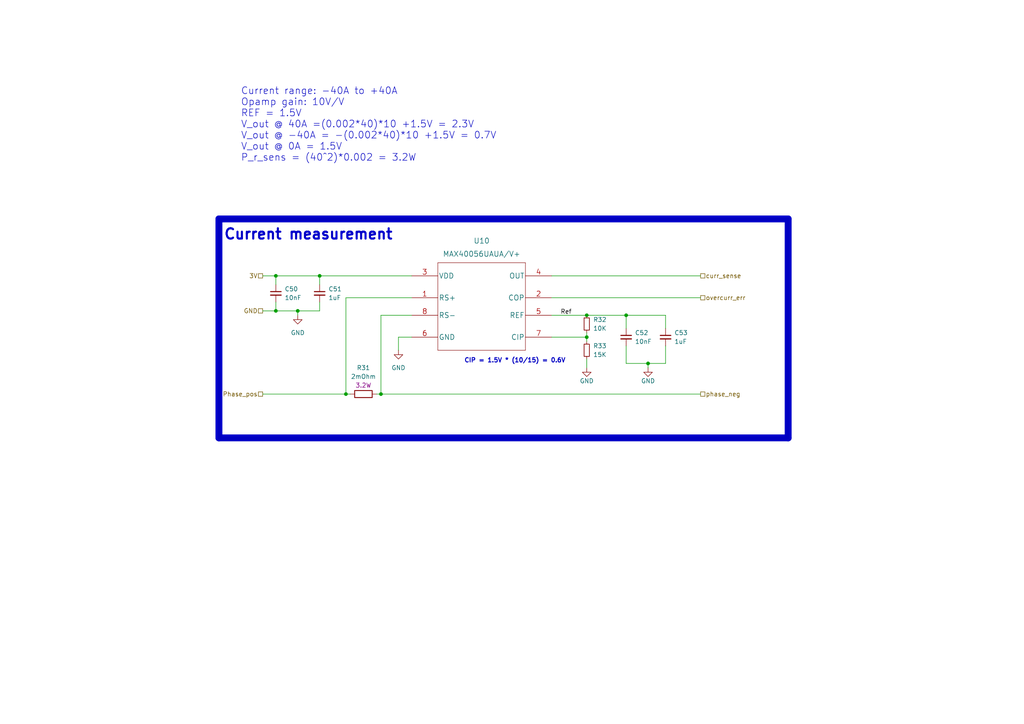
<source format=kicad_sch>
(kicad_sch (version 20211123) (generator eeschema)
  (paper "A4")
  (title_block (date "2022-08-13") (rev "1"))
  (lib_symbols
    (symbol "Device:C_Small" (pin_numbers hide) (pin_names (offset 0.254) hide)
      (property "Reference" "C" (at 0.254 1.778 0))
      (property "Value" "C_Small" (at 0.254 -2.032 0))
      (symbol "C_Small_0_1"
        (polyline (pts (xy -1.524 -0.508) (xy 1.524 -0.508)) (stroke (width 0.3302)))
        (polyline (pts (xy -1.524 0.508) (xy 1.524 0.508)) (stroke (width 0.3048)))
      )
      (symbol "C_Small_1_1"
        (pin passive line (at 0 2.54 270) (length 2.032) (name "~") (number "1"))
        (pin passive line (at 0 -2.54 90) (length 2.032) (name "~") (number "2"))
      )
    )
    (symbol "Device:R" (pin_numbers hide) (pin_names (offset 0))
      (property "Reference" "R" (at 2.032 0 90))
      (property "Value" "R" (at 0 0 90))
      (symbol "R_0_1"
        (rectangle (start -1.016 -2.54) (end 1.016 2.54) (stroke (width 0.254)))
      )
      (symbol "R_1_1"
        (pin passive line (at 0 3.81 270) (length 1.27) (name "~") (number "1"))
        (pin passive line (at 0 -3.81 90) (length 1.27) (name "~") (number "2"))
      )
    )
    (symbol "Device:R_Small" (pin_numbers hide) (pin_names (offset 0.254) hide)
      (property "Reference" "R" (at 0.762 0.508 0))
      (property "Value" "R_Small" (at 0.762 -1.016 0))
      (symbol "R_Small_0_1"
        (rectangle (start -0.762 1.778) (end 0.762 -1.778) (stroke (width 0.2032)))
      )
      (symbol "R_Small_1_1"
        (pin passive line (at 0 2.54 270) (length 0.762) (name "~") (number "1"))
        (pin passive line (at 0 -2.54 90) (length 0.762) (name "~") (number "2"))
      )
    )
    (symbol "MAX40056UAUA:MAX40056UAUA{slash}V+" (pin_names (offset 0.254))
      (property "Reference" "U?" (at 20.32 11.43 0))
      (property "Value" "MAX40056UAUA/V+" (at 20.32 7.62 0))
      (symbol "MAX40056UAUA{slash}V+_1_1"
        (polyline (pts (xy 7.62 -20.32) (xy 33.02 -20.32)) (stroke (width 0.127)))
        (polyline (pts (xy 7.62 5.08) (xy 7.62 -20.32)) (stroke (width 0.127)))
        (polyline (pts (xy 33.02 -20.32) (xy 33.02 5.08)) (stroke (width 0.127)))
        (polyline (pts (xy 33.02 5.08) (xy 7.62 5.08)) (stroke (width 0.127)))
        (pin input line (at 0 -5.08 0) (length 7.62) (name "RS+") (number "1"))
        (pin output line (at 40.64 -5.08 180) (length 7.62) (name "COP") (number "2"))
        (pin power_in line (at 0 1.27 0) (length 7.62) (name "VDD") (number "3"))
        (pin output line (at 40.64 1.27 180) (length 7.62) (name "OUT") (number "4"))
        (pin output line (at 40.64 -10.16 180) (length 7.62) (name "REF") (number "5"))
        (pin power_in line (at 0 -16.51 0) (length 7.62) (name "GND") (number "6"))
        (pin input line (at 40.64 -16.51 180) (length 7.62) (name "CIP") (number "7"))
        (pin input line (at 0 -10.16 0) (length 7.62) (name "RS-") (number "8"))
      )
    )
    (symbol "power:GND" (power) (pin_names (offset 0))
      (property "Value" "GND" (at 0 -3.81 0))
      (symbol "GND_0_1"
        (polyline (pts (xy 0 0) (xy 0 -1.27) (xy 1.27 -1.27) (xy 0 -2.54) (xy -1.27 -1.27) (xy 0 -1.27)))
      )
      (symbol "GND_1_1"
        (pin power_in line (at 0 0 270) (length 0) hide (name "GND") (number "1"))
      )
    )
  )
  (junction (at 92.71 80.01))
  (junction (at 80.01 90.17))
  (junction (at 187.96 105.41))
  (junction (at 100.33 114.3))
  (junction (at 86.36 90.17))
  (junction (at 181.61 91.44))
  (junction (at 170.18 97.79))
  (junction (at 80.01 80.01))
  (junction (at 110.49 114.3))
  (junction (at 170.18 91.44))
  (wire (pts (xy 110.49 91.44) (xy 119.38 91.44)))
  (wire (pts (xy 109.22 114.3) (xy 110.49 114.3)))
  (wire (pts (xy 100.33 114.3) (xy 100.33 86.36)))
  (wire (pts (xy 76.2 90.17) (xy 80.01 90.17)))
  (wire (pts (xy 170.18 104.14) (xy 170.18 106.68)))
  (wire (pts (xy 170.18 97.79) (xy 170.18 99.06)))
  (wire (pts (xy 80.01 80.01) (xy 92.71 80.01)))
  (wire (pts (xy 92.71 80.01) (xy 119.38 80.01)))
  (polyline (pts (xy 63.5 127) (xy 228.6 127)) (stroke (width 2) (type solid)))
  (wire (pts (xy 181.61 105.41) (xy 187.96 105.41)))
  (wire (pts (xy 92.71 80.01) (xy 92.71 82.55)))
  (wire (pts (xy 110.49 114.3) (xy 203.2 114.3)))
  (wire (pts (xy 115.57 97.79) (xy 115.57 101.6)))
  (wire (pts (xy 193.04 100.33) (xy 193.04 105.41)))
  (wire (pts (xy 181.61 91.44) (xy 193.04 91.44)))
  (wire (pts (xy 92.71 87.63) (xy 92.71 90.17)))
  (wire (pts (xy 160.02 91.44) (xy 170.18 91.44)))
  (wire (pts (xy 86.36 90.17) (xy 86.36 91.44)))
  (wire (pts (xy 92.71 90.17) (xy 86.36 90.17)))
  (wire (pts (xy 110.49 114.3) (xy 110.49 91.44)))
  (wire (pts (xy 170.18 96.52) (xy 170.18 97.79)))
  (polyline (pts (xy 63.5 63.5) (xy 228.6 63.5)) (stroke (width 2) (type solid)))
  (wire (pts (xy 187.96 105.41) (xy 187.96 106.68)))
  (wire (pts (xy 193.04 105.41) (xy 187.96 105.41)))
  (wire (pts (xy 100.33 114.3) (xy 101.6 114.3)))
  (wire (pts (xy 181.61 91.44) (xy 181.61 95.25)))
  (wire (pts (xy 119.38 97.79) (xy 115.57 97.79)))
  (polyline (pts (xy 63.5 63.5) (xy 63.5 127)) (stroke (width 2) (type solid)))
  (wire (pts (xy 160.02 86.36) (xy 203.2 86.36)))
  (wire (pts (xy 76.2 80.01) (xy 80.01 80.01)))
  (wire (pts (xy 86.36 90.17) (xy 80.01 90.17)))
  (polyline (pts (xy 228.6 127) (xy 228.6 63.5)) (stroke (width 2) (type solid)))
  (wire (pts (xy 76.2 114.3) (xy 100.33 114.3)))
  (wire (pts (xy 170.18 91.44) (xy 181.61 91.44)))
  (wire (pts (xy 160.02 97.79) (xy 170.18 97.79)))
  (wire (pts (xy 181.61 100.33) (xy 181.61 105.41)))
  (wire (pts (xy 80.01 80.01) (xy 80.01 82.55)))
  (wire (pts (xy 193.04 91.44) (xy 193.04 95.25)))
  (wire (pts (xy 160.02 80.01) (xy 203.2 80.01)))
  (wire (pts (xy 100.33 86.36) (xy 119.38 86.36)))
  (wire (pts (xy 80.01 90.17) (xy 80.01 87.63)))
  (text "Current range: -40A to +40A\nOpamp gain: 10V/V\nREF = 1.5V\nV_out @ 40A =(0.002*40)*10 +1.5V = 2.3V\nV_out @ -40A = -(0.002*40)*10 +1.5V = 0.7V\nV_out @ 0A = 1.5V\nP_r_sens = (40^2)*0.002 = 3.2W" (at 69.85 46.99 0) (effects (font (size 2 2)) (justify left bottom)))
  (text "Current measurement" (at 64.77 69.85 0) (effects (font (size 3 3) bold) (justify left bottom)))
  (text "CIP = 1.5V * (10/15) = 0.6V" (at 134.62 105.41 0) (effects (font (size 1.27 1.27) bold) (justify left bottom)))
  (label "Ref" (at 162.56 91.44 0))
  (hierarchical_label "3V" (shape passive) (at 76.2 80.01 180))
  (hierarchical_label "phase_neg" (shape passive) (at 203.2 114.3 0))
  (hierarchical_label "Phase_pos" (shape passive) (at 76.2 114.3 180))
  (hierarchical_label "overcurr_err" (shape passive) (at 203.2 86.36 0))
  (hierarchical_label "curr_sense" (shape passive) (at 203.2 80.01 0))
  (hierarchical_label "GND" (shape passive) (at 76.2 90.17 180))
  (symbol (lib_id "power:GND") (at 187.96 106.68 0) (unit 1)
    (property "Reference" "#PWR096" (effects hide))
    (property "Value" "GND" (at 187.96 110.49 0))
  )
  (symbol (lib_id "Device:C_Small") (at 193.04 97.79 0) (unit 1)
    (property "Reference" "C53" (at 195.58 96.5262 0) (effects (justify left)))
    (property "Value" "1uF" (at 195.58 99.0662 0) (effects (justify left)))
    (property "Footprint" "Capacitor_SMD:C_0603_1608Metric" (effects hide))
  )
  (symbol (lib_id "Device:C_Small") (at 92.71 85.09 0) (unit 1)
    (property "Reference" "C51" (at 95.25 83.8262 0) (effects (justify left)))
    (property "Value" "1uF" (at 95.25 86.3662 0) (effects (justify left)))
    (property "Footprint" "Capacitor_SMD:C_0603_1608Metric" (effects hide))
  )
  (symbol (lib_id "power:GND") (at 86.36 91.44 0) (unit 1)
    (property "Reference" "#PWR093" (effects hide))
    (property "Value" "GND" (at 86.36 96.52 0))
  )
  (symbol (lib_id "Device:C_Small") (at 181.61 97.79 0) (unit 1)
    (property "Reference" "C52" (at 184.15 96.5262 0) (effects (justify left)))
    (property "Value" "10nF" (at 184.15 99.0662 0) (effects (justify left)))
    (property "Footprint" "Capacitor_SMD:C_0603_1608Metric" (effects hide))
  )
  (symbol (lib_id "power:GND") (at 170.18 106.68 0) (unit 1)
    (property "Reference" "#PWR095" (effects hide))
    (property "Value" "GND" (at 170.18 110.49 0))
  )
  (symbol (lib_id "Device:R_Small") (at 170.18 93.98 0) (unit 1)
    (property "Reference" "R32" (at 173.99 92.71 0))
    (property "Value" "10K" (at 173.99 95.25 0))
    (property "Footprint" "Resistor_SMD:R_0603_1608Metric" (effects hide))
  )
  (symbol (lib_id "MAX40056UAUA:MAX40056UAUA{slash}V+") (at 119.38 81.28 0) (unit 1)
    (property "Reference" "U10" (at 139.7 69.85 0) (effects (font (size 1.524 1.524))))
    (property "Value" "MAX40056UAUA/V+" (at 139.7 73.66 0) (effects (font (size 1.524 1.524))))
    (property "Footprint" "MAX40056UAUA:MAX40056UAUA&slash_V&plus_" (effects hide))
    (property "Datasheet" "https://datasheets.maximintegrated.com/en/ds/MAX40056F-MAX40056U.pdf" (effects hide))
    (property "Part no" "MAX40056UAUA/V+" (effects hide))
    (property "Manufacturer_Name" "Maxim Integrated" (effects hide))
  )
  (symbol (lib_id "Device:R_Small") (at 170.18 101.6 0) (unit 1)
    (property "Reference" "R33" (at 173.99 100.33 0))
    (property "Value" "15K" (at 173.99 102.87 0))
    (property "Footprint" "Resistor_SMD:R_0603_1608Metric" (effects hide))
  )
  (symbol (lib_id "power:GND") (at 115.57 101.6 0) (unit 1)
    (property "Reference" "#PWR094" (effects hide))
    (property "Value" "GND" (at 115.57 106.68 0))
  )
  (symbol (lib_id "Device:C_Small") (at 80.01 85.09 0) (unit 1)
    (property "Reference" "C50" (at 82.55 83.8262 0) (effects (justify left)))
    (property "Value" "10nF" (at 82.55 86.3662 0) (effects (justify left)))
    (property "Footprint" "Capacitor_SMD:C_0603_1608Metric" (effects hide))
  )
  (symbol (lib_id "Device:R") (at 105.41 114.3 90) (unit 1)
    (property "Reference" "R31" (at 105.41 106.68 90))
    (property "Value" "2mOhm" (at 105.41 109.22 90))
    (property "Footprint" "WSHP28182L000FEA:WSHM28185L000FEA" (effects hide))
    (property "Datasheet" "https://www.vishay.com/docs/30347/wshp2818.pdf" (effects hide))
    (property "P_rating" "3.2W" (at 105.41 111.76 90))
    (property "Part no" "WSHM28182L000FEA" (effects hide))
    (property "Manufacturer_Name" "Vishay" (effects hide))
  )
)
</source>
